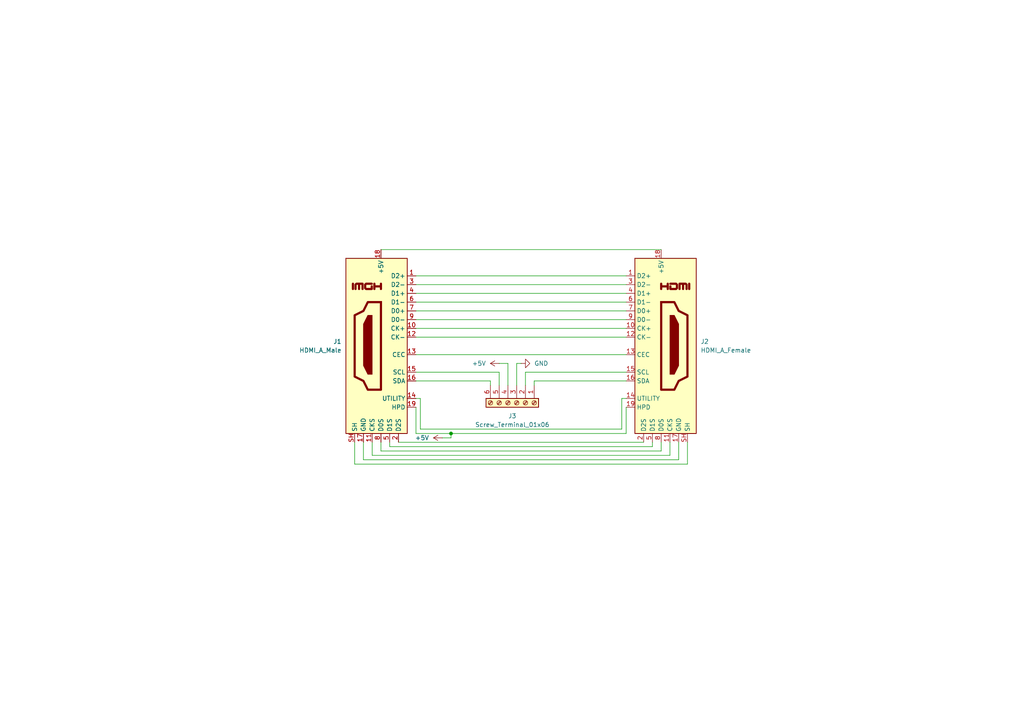
<source format=kicad_sch>
(kicad_sch (version 20250114) (generator "eeschema") (generator_version "9.0")
  (paper "A4")
  (lib_symbols
    (symbol "Connector:HDMI_A"
      (property "Reference" "J" (at -6.35 26.67 0))
      (property "Value" "HDMI_A" (at 10.16 26.67 0))
      (symbol "HDMI_A_0_0"
        (polyline (pts (xy 0 16.51) (xy 0 18.034) (xy 0 17.272) (xy 1.905 17.272) (xy 1.905 18.034) (xy 1.905 16.51)) (stroke (width 0.635)))
        (polyline (pts (xy 2.667 18.034) (xy 4.318 18.034) (xy 4.572 17.78) (xy 4.572 16.764) (xy 4.318 16.51) (xy 2.667 16.51) (xy 2.667 17.272)) (stroke (width 0.635)))
        (polyline (pts (xy 8.128 16.51) (xy 8.128 18.034)) (stroke (width 0.635)))
      )
      (symbol "HDMI_A_0_1"
        (rectangle (start -7.62 25.4) (end 10.16 -25.4) (stroke (width 0.254)) (fill (type background)))
        (polyline (pts (xy 0 12.7) (xy 0 -12.7) (xy 3.81 -12.7) (xy 5.08 -10.16) (xy 7.62 -8.89) (xy 7.62 8.89) (xy 5.08 10.16) (xy 3.81 12.7) (xy 0 12.7)) (stroke (width 0.635)))
        (polyline (pts (xy 2.54 8.89) (xy 3.81 8.89) (xy 5.08 6.35) (xy 5.08 -5.715) (xy 3.81 -8.255) (xy 2.54 -8.255) (xy 2.54 8.89)) (fill (type outline)))
        (polyline (pts (xy 5.334 16.51) (xy 5.334 18.034) (xy 6.35 18.034) (xy 6.35 16.51) (xy 6.35 18.034) (xy 7.112 18.034) (xy 7.366 17.78) (xy 7.366 16.51)) (stroke (width 0.635)))
      )
      (symbol "HDMI_A_1_1"
        (pin passive line (at -10.16 20.32 0) (length 2.54) (name "D2+") (number "1"))
        (pin passive line (at -10.16 17.78 0) (length 2.54) (name "D2-") (number "3"))
        (pin passive line (at -10.16 15.24 0) (length 2.54) (name "D1+") (number "4"))
        (pin passive line (at -10.16 12.7 0) (length 2.54) (name "D1-") (number "6"))
        (pin passive line (at -10.16 10.16 0) (length 2.54) (name "D0+") (number "7"))
        (pin passive line (at -10.16 7.62 0) (length 2.54) (name "D0-") (number "9"))
        (pin passive line (at -10.16 5.08 0) (length 2.54) (name "CK+") (number "10"))
        (pin passive line (at -10.16 2.54 0) (length 2.54) (name "CK-") (number "12"))
        (pin bidirectional line (at -10.16 -2.54 0) (length 2.54) (name "CEC") (number "13"))
        (pin passive line (at -10.16 -7.62 0) (length 2.54) (name "SCL") (number "15"))
        (pin bidirectional line (at -10.16 -10.16 0) (length 2.54) (name "SDA") (number "16"))
        (pin passive line (at -10.16 -15.24 0) (length 2.54) (name "UTILITY") (number "14"))
        (pin passive line (at -10.16 -17.78 0) (length 2.54) (name "HPD") (number "19"))
        (pin power_in line (at -5.08 -27.94 90) (length 2.54) (name "D2S") (number "2"))
        (pin power_in line (at -2.54 -27.94 90) (length 2.54) (name "D1S") (number "5"))
        (pin power_in line (at 0 27.94 270) (length 2.54) (name "+5V") (number "18"))
        (pin power_in line (at 0 -27.94 90) (length 2.54) (name "D0S") (number "8"))
        (pin power_in line (at 2.54 -27.94 90) (length 2.54) (name "CKS") (number "11"))
        (pin power_in line (at 5.08 -27.94 90) (length 2.54) (name "GND") (number "17"))
        (pin passive line (at 7.62 -27.94 90) (length 2.54) (name "SH") (number "SH"))
      )
    )
    (symbol "Connector:Screw_Terminal_01x06" (pin_names (offset 1.016) (hide yes))
      (property "Reference" "J" (at 0 7.62 0))
      (property "Value" "Screw_Terminal_01x06" (at 0 -10.16 0))
      (symbol "Screw_Terminal_01x06_1_1"
        (rectangle (start -1.27 6.35) (end 1.27 -8.89) (stroke (width 0.254)) (fill (type background)))
        (polyline (pts (xy -0.5334 5.4102) (xy 0.3302 4.572)) (stroke (width 0.1524)))
        (polyline (pts (xy -0.5334 2.8702) (xy 0.3302 2.032)) (stroke (width 0.1524)))
        (polyline (pts (xy -0.5334 0.3302) (xy 0.3302 -0.508)) (stroke (width 0.1524)))
        (polyline (pts (xy -0.5334 -2.2098) (xy 0.3302 -3.048)) (stroke (width 0.1524)))
        (polyline (pts (xy -0.5334 -4.7498) (xy 0.3302 -5.588)) (stroke (width 0.1524)))
        (polyline (pts (xy -0.5334 -7.2898) (xy 0.3302 -8.128)) (stroke (width 0.1524)))
        (polyline (pts (xy -0.3556 5.588) (xy 0.508 4.7498)) (stroke (width 0.1524)))
        (polyline (pts (xy -0.3556 3.048) (xy 0.508 2.2098)) (stroke (width 0.1524)))
        (polyline (pts (xy -0.3556 0.508) (xy 0.508 -0.3302)) (stroke (width 0.1524)))
        (polyline (pts (xy -0.3556 -2.032) (xy 0.508 -2.8702)) (stroke (width 0.1524)))
        (polyline (pts (xy -0.3556 -4.572) (xy 0.508 -5.4102)) (stroke (width 0.1524)))
        (polyline (pts (xy -0.3556 -7.112) (xy 0.508 -7.9502)) (stroke (width 0.1524)))
        (circle (center 0 5.08) (radius 0.635) (stroke (width 0.1524)))
        (circle (center 0 2.54) (radius 0.635) (stroke (width 0.1524)))
        (circle (center 0 0) (radius 0.635) (stroke (width 0.1524)))
        (circle (center 0 -2.54) (radius 0.635) (stroke (width 0.1524)))
        (circle (center 0 -5.08) (radius 0.635) (stroke (width 0.1524)))
        (circle (center 0 -7.62) (radius 0.635) (stroke (width 0.1524)))
        (pin passive line (at -5.08 5.08 0) (length 3.81) (name "Pin_1") (number "1"))
        (pin passive line (at -5.08 2.54 0) (length 3.81) (name "Pin_2") (number "2"))
        (pin passive line (at -5.08 0 0) (length 3.81) (name "Pin_3") (number "3"))
        (pin passive line (at -5.08 -2.54 0) (length 3.81) (name "Pin_4") (number "4"))
        (pin passive line (at -5.08 -5.08 0) (length 3.81) (name "Pin_5") (number "5"))
        (pin passive line (at -5.08 -7.62 0) (length 3.81) (name "Pin_6") (number "6"))
      )
    )
    (symbol "power:+5V" (power) (pin_numbers (hide yes)) (pin_names (offset 0) (hide yes))
      (property "Value" "+5V" (at 0 3.556 0))
      (symbol "+5V_0_1"
        (polyline (pts (xy -0.762 1.27) (xy 0 2.54)))
        (polyline (pts (xy 0 2.54) (xy 0.762 1.27)))
        (polyline (pts (xy 0 0) (xy 0 2.54)))
      )
      (symbol "+5V_1_1"
        (pin power_in line (at 0 0 90) (length 0) (name "~") (number "1"))
      )
    )
    (symbol "power:GND" (power) (pin_numbers (hide yes)) (pin_names (offset 0) (hide yes))
      (property "Value" "GND" (at 0 -3.81 0))
      (symbol "GND_0_1"
        (polyline (pts (xy 0 0) (xy 0 -1.27) (xy 1.27 -1.27) (xy 0 -2.54) (xy -1.27 -1.27) (xy 0 -1.27)))
      )
      (symbol "GND_1_1"
        (pin power_in line (at 0 0 270) (length 0) (name "~") (number "1"))
      )
    )
  )
  (junction (at 130.81 125.73))
  (wire (pts (xy 199.39 128.27) (xy 199.39 134.62)))
  (wire (pts (xy 120.65 118.11) (xy 120.65 125.73)))
  (wire (pts (xy 152.4 107.95) (xy 181.61 107.95)))
  (wire (pts (xy 120.65 87.63) (xy 181.61 87.63)))
  (wire (pts (xy 120.65 82.55) (xy 181.61 82.55)))
  (wire (pts (xy 154.94 110.49) (xy 181.61 110.49)))
  (wire (pts (xy 120.65 90.17) (xy 181.61 90.17)))
  (wire (pts (xy 113.03 128.27) (xy 113.03 129.54)))
  (wire (pts (xy 189.23 129.54) (xy 113.03 129.54)))
  (wire (pts (xy 149.86 105.41) (xy 149.86 111.76)))
  (wire (pts (xy 189.23 128.27) (xy 189.23 129.54)))
  (wire (pts (xy 120.65 95.25) (xy 181.61 95.25)))
  (wire (pts (xy 196.85 133.35) (xy 196.85 128.27)))
  (wire (pts (xy 120.65 107.95) (xy 144.78 107.95)))
  (wire (pts (xy 191.77 128.27) (xy 191.77 130.81)))
  (wire (pts (xy 144.78 107.95) (xy 144.78 111.76)))
  (wire (pts (xy 120.65 110.49) (xy 142.24 110.49)))
  (wire (pts (xy 120.65 80.01) (xy 181.61 80.01)))
  (wire (pts (xy 181.61 115.57) (xy 180.34 115.57)))
  (wire (pts (xy 130.81 127) (xy 130.81 125.73)))
  (wire (pts (xy 105.41 133.35) (xy 196.85 133.35)))
  (wire (pts (xy 128.27 127) (xy 130.81 127)))
  (wire (pts (xy 102.87 128.27) (xy 102.87 134.62)))
  (wire (pts (xy 120.65 85.09) (xy 181.61 85.09)))
  (wire (pts (xy 144.78 105.41) (xy 147.32 105.41)))
  (wire (pts (xy 152.4 111.76) (xy 152.4 107.95)))
  (wire (pts (xy 110.49 130.81) (xy 191.77 130.81)))
  (wire (pts (xy 107.95 128.27) (xy 107.95 132.08)))
  (wire (pts (xy 102.87 134.62) (xy 199.39 134.62)))
  (wire (pts (xy 142.24 110.49) (xy 142.24 111.76)))
  (wire (pts (xy 105.41 128.27) (xy 105.41 133.35)))
  (wire (pts (xy 121.92 115.57) (xy 120.65 115.57)))
  (wire (pts (xy 180.34 124.46) (xy 121.92 124.46)))
  (wire (pts (xy 180.34 115.57) (xy 180.34 124.46)))
  (wire (pts (xy 154.94 111.76) (xy 154.94 110.49)))
  (wire (pts (xy 120.65 97.79) (xy 181.61 97.79)))
  (wire (pts (xy 120.65 102.87) (xy 181.61 102.87)))
  (wire (pts (xy 120.65 125.73) (xy 130.81 125.73)))
  (wire (pts (xy 110.49 128.27) (xy 110.49 130.81)))
  (wire (pts (xy 130.81 125.73) (xy 181.61 125.73)))
  (wire (pts (xy 110.49 72.39) (xy 191.77 72.39)))
  (wire (pts (xy 194.31 128.27) (xy 194.31 132.08)))
  (wire (pts (xy 194.31 132.08) (xy 107.95 132.08)))
  (wire (pts (xy 115.57 128.27) (xy 186.69 128.27)))
  (wire (pts (xy 120.65 92.71) (xy 181.61 92.71)))
  (wire (pts (xy 147.32 105.41) (xy 147.32 111.76)))
  (wire (pts (xy 121.92 124.46) (xy 121.92 115.57)))
  (wire (pts (xy 151.13 105.41) (xy 149.86 105.41)))
  (wire (pts (xy 181.61 125.73) (xy 181.61 118.11)))
  (symbol (lib_id "power:+5V") (at 128.27 127 90) (unit 1)
    (property "Reference" "#PWR03" (effects (hide yes)))
    (property "Value" "+5V" (at 124.46 126.9999 90) (effects (justify left)))
    (property "Description" "Power symbol creates a global label with name \"+5V\"" (effects (hide yes)))
  )
  (symbol (lib_id "Connector:Screw_Terminal_01x06") (at 149.86 116.84 270) (unit 1)
    (property "Reference" "J3" (at 148.59 120.65 90))
    (property "Value" "Screw_Terminal_01x06" (at 148.59 123.19 90))
    (property "Description" "Generic screw terminal, single row, 01x06, script generated (kicad-library-utils/schlib/autogen/connector/)" (effects (hide yes)))
  )
  (symbol (lib_id "Connector:HDMI_A") (at 191.77 100.33 0) (unit 1)
    (property "Reference" "J2" (at 203.2 99.0599 0) (effects (justify left)))
    (property "Value" "HDMI_A_Female" (at 203.2 101.5999 0) (effects (justify left)))
    (property "Datasheet" "https://en.wikipedia.org/wiki/HDMI" (effects (hide yes)))
    (property "Description" "HDMI type A connector" (effects (hide yes)))
  )
  (symbol (lib_id "power:+5V") (at 144.78 105.41 90) (unit 1)
    (property "Reference" "#PWR02" (effects (hide yes)))
    (property "Value" "+5V" (at 140.97 105.4099 90) (effects (justify left)))
    (property "Description" "Power symbol creates a global label with name \"+5V\"" (effects (hide yes)))
  )
  (symbol (lib_id "power:GND") (at 151.13 105.41 90) (unit 1)
    (property "Reference" "#PWR01" (effects (hide yes)))
    (property "Value" "GND" (at 154.94 105.4099 90) (effects (justify right)))
    (property "Description" "Power symbol creates a global label with name \"GND\" , ground" (effects (hide yes)))
  )
  (symbol (lib_id "Connector:HDMI_A") (at 110.49 100.33 0) (mirror y) (unit 1)
    (property "Reference" "J1" (at 99.06 99.0599 0) (effects (justify left)))
    (property "Value" "HDMI_A_Male" (at 99.06 101.5999 0) (effects (justify left)))
    (property "Datasheet" "https://en.wikipedia.org/wiki/HDMI" (effects (hide yes)))
    (property "Description" "HDMI type A connector" (effects (hide yes)))
  )
)
</source>
